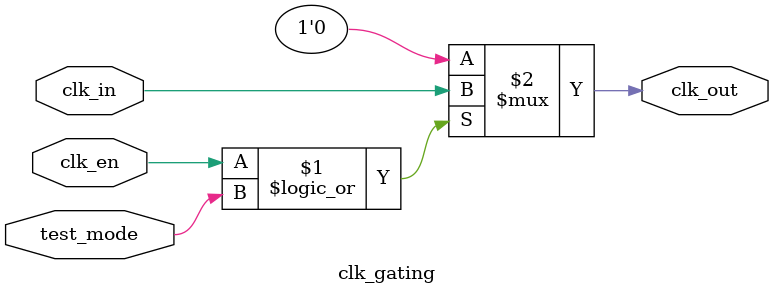
<source format=sv>

`timescale 1ns / 1ps

module clk_gating #(
    parameter NUM_PORTS = 8
) (
    input  logic clk_in,
    input  logic clk_en,
    input  logic test_mode,
    output logic clk_out
);

    // 时钟门控实现
    assign clk_out = (clk_en || test_mode) ? clk_in : 1'b0;

endmodule

</source>
